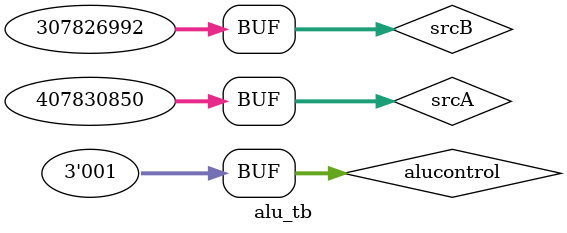
<source format=v>
module alu
(

input [31:0] srcA , srcB,
input [2:0] alucontrol,
output reg [31:0] aluresult,
output reg zero

);

always @(*) begin

  case (alucontrol)
   3'b010: aluresult <= srcA + srcB; // add
   3'b110: aluresult <= srcA + (~srcB) + 1; // sub
   3'b000: aluresult <= srcA & srcB; // and
   3'b001: aluresult <= srcA | srcB; // or
         3'b111: aluresult <=((srcA[31] != srcB[31]) && srcA<srcB ) ? 1 : 0; // slt
   default: aluresult <=0;
     endcase
end

always @(aluresult) begin
if(aluresult==0)
    begin
        zero<=1;
    end
else begin
        zero<=0;
end
end
endmodule

module alu_tb;
reg [31:0] srcA,srcB;
reg [2:0] alucontrol;
wire [31:0] aluresult;
wire zero;

alu dut(.srcA(srcA),.srcB(srcB),.alucontrol(alucontrol),.aluresult(aluresult),.zero(zero));

initial 
begin 
#5 srcA=32'b0001_1000_0100_1111_0000_0001_0100_0010;srcB=32'b0001_0010_0101_1001_0001_0001_0011_0000; alucontrol=010; 
#5 srcA=32'b0011_1010_0101_1001_0001_0011_0101_0100;srcB=32'b0001_0010_0111_1001_0001_0101_0011_0100; alucontrol=000;
#5 srcA=32'b0001_1000_0100_1111_0000_0001_0100_0010;srcB=32'b0001_0010_0101_1001_0001_0001_0011_0000; alucontrol=100;
#5 srcA=32'b0001_1000_0100_1111_0000_0001_0100_0010;srcB=32'b0001_0010_0101_1001_0001_0001_0011_0000; alucontrol=001;
end

initial 
begin 
$monitor("time=%g, srcA=%b, srcB=%b, alucontrol=%b, aluresult=%b, zero=%b",$time,srcA,srcB,alucontrol,aluresult,zero);
end 
endmodule

</source>
